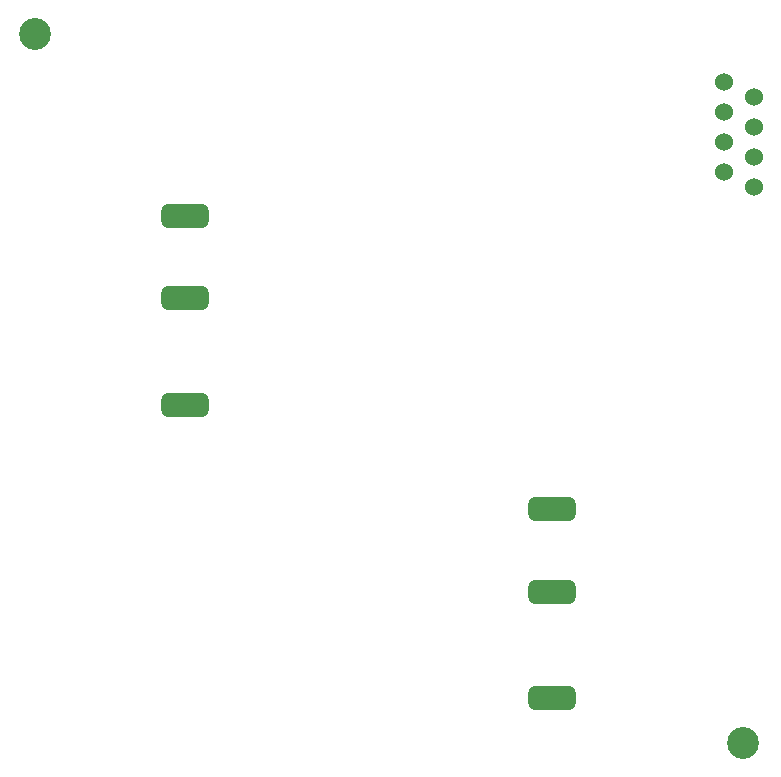
<source format=gbr>
%TF.GenerationSoftware,KiCad,Pcbnew,(7.0.0)*%
%TF.CreationDate,2023-04-04T21:00:23-04:00*%
%TF.ProjectId,TeamButton,5465616d-4275-4747-946f-6e2e6b696361,rev?*%
%TF.SameCoordinates,Original*%
%TF.FileFunction,Soldermask,Bot*%
%TF.FilePolarity,Negative*%
%FSLAX46Y46*%
G04 Gerber Fmt 4.6, Leading zero omitted, Abs format (unit mm)*
G04 Created by KiCad (PCBNEW (7.0.0)) date 2023-04-04 21:00:23*
%MOMM*%
%LPD*%
G01*
G04 APERTURE LIST*
G04 Aperture macros list*
%AMRoundRect*
0 Rectangle with rounded corners*
0 $1 Rounding radius*
0 $2 $3 $4 $5 $6 $7 $8 $9 X,Y pos of 4 corners*
0 Add a 4 corners polygon primitive as box body*
4,1,4,$2,$3,$4,$5,$6,$7,$8,$9,$2,$3,0*
0 Add four circle primitives for the rounded corners*
1,1,$1+$1,$2,$3*
1,1,$1+$1,$4,$5*
1,1,$1+$1,$6,$7*
1,1,$1+$1,$8,$9*
0 Add four rect primitives between the rounded corners*
20,1,$1+$1,$2,$3,$4,$5,0*
20,1,$1+$1,$4,$5,$6,$7,0*
20,1,$1+$1,$6,$7,$8,$9,0*
20,1,$1+$1,$8,$9,$2,$3,0*%
G04 Aperture macros list end*
%ADD10C,1.524000*%
%ADD11C,2.700000*%
%ADD12RoundRect,0.500000X1.500000X0.500000X-1.500000X0.500000X-1.500000X-0.500000X1.500000X-0.500000X0*%
G04 APERTURE END LIST*
D10*
%TO.C,J1*%
X140900000Y-62965000D03*
X138360000Y-61695000D03*
X140900000Y-60425000D03*
X138360000Y-59155000D03*
X140900000Y-57885000D03*
X138360000Y-56615000D03*
X140900000Y-55345000D03*
X138360000Y-54075000D03*
%TD*%
D11*
%TO.C,H2*%
X140000000Y-110000000D03*
%TD*%
D12*
%TO.C,SW1*%
X92710000Y-81390000D03*
X92710000Y-65390000D03*
X92710000Y-72390000D03*
%TD*%
%TO.C,SW2*%
X123825000Y-106240000D03*
X123825000Y-90240000D03*
X123825000Y-97240000D03*
%TD*%
D11*
%TO.C,H1*%
X80000000Y-50000000D03*
%TD*%
M02*

</source>
